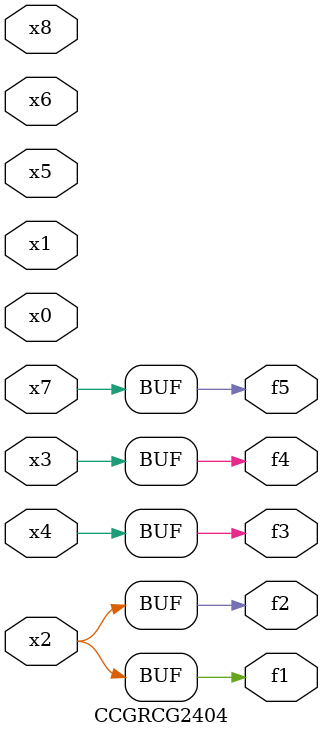
<source format=v>
module CCGRCG2404(
	input x0, x1, x2, x3, x4, x5, x6, x7, x8,
	output f1, f2, f3, f4, f5
);
	assign f1 = x2;
	assign f2 = x2;
	assign f3 = x4;
	assign f4 = x3;
	assign f5 = x7;
endmodule

</source>
